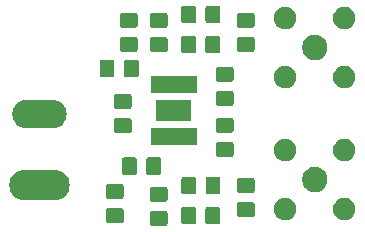
<source format=gbr>
G04 #@! TF.GenerationSoftware,KiCad,Pcbnew,(5.0.2)-1*
G04 #@! TF.CreationDate,2019-08-18T14:58:17-04:00*
G04 #@! TF.ProjectId,LTC3260-DualRail,4c544333-3236-4302-9d44-75616c526169,rev?*
G04 #@! TF.SameCoordinates,Original*
G04 #@! TF.FileFunction,Soldermask,Top*
G04 #@! TF.FilePolarity,Negative*
%FSLAX46Y46*%
G04 Gerber Fmt 4.6, Leading zero omitted, Abs format (unit mm)*
G04 Created by KiCad (PCBNEW (5.0.2)-1) date 8/18/2019 2:58:17 PM*
%MOMM*%
%LPD*%
G01*
G04 APERTURE LIST*
%ADD10C,0.100000*%
G04 APERTURE END LIST*
D10*
G36*
X84835397Y-85992465D02*
X84873084Y-86003898D01*
X84907823Y-86022466D01*
X84938268Y-86047452D01*
X84963254Y-86077897D01*
X84981822Y-86112636D01*
X84993255Y-86150323D01*
X84997720Y-86195661D01*
X84997720Y-87032339D01*
X84993255Y-87077677D01*
X84981822Y-87115364D01*
X84963254Y-87150103D01*
X84938268Y-87180548D01*
X84907823Y-87205534D01*
X84873084Y-87224102D01*
X84835397Y-87235535D01*
X84790059Y-87240000D01*
X83703381Y-87240000D01*
X83658043Y-87235535D01*
X83620356Y-87224102D01*
X83585617Y-87205534D01*
X83555172Y-87180548D01*
X83530186Y-87150103D01*
X83511618Y-87115364D01*
X83500185Y-87077677D01*
X83495720Y-87032339D01*
X83495720Y-86195661D01*
X83500185Y-86150323D01*
X83511618Y-86112636D01*
X83530186Y-86077897D01*
X83555172Y-86047452D01*
X83585617Y-86022466D01*
X83620356Y-86003898D01*
X83658043Y-85992465D01*
X83703381Y-85988000D01*
X84790059Y-85988000D01*
X84835397Y-85992465D01*
X84835397Y-85992465D01*
G37*
G36*
X89282397Y-85613465D02*
X89320084Y-85624898D01*
X89354823Y-85643466D01*
X89385268Y-85668452D01*
X89410254Y-85698897D01*
X89428822Y-85733636D01*
X89440255Y-85771323D01*
X89444720Y-85816661D01*
X89444720Y-86903339D01*
X89440255Y-86948677D01*
X89428822Y-86986364D01*
X89410254Y-87021103D01*
X89385268Y-87051548D01*
X89354823Y-87076534D01*
X89320084Y-87095102D01*
X89282397Y-87106535D01*
X89237059Y-87111000D01*
X88400381Y-87111000D01*
X88355043Y-87106535D01*
X88317356Y-87095102D01*
X88282617Y-87076534D01*
X88252172Y-87051548D01*
X88227186Y-87021103D01*
X88208618Y-86986364D01*
X88197185Y-86948677D01*
X88192720Y-86903339D01*
X88192720Y-85816661D01*
X88197185Y-85771323D01*
X88208618Y-85733636D01*
X88227186Y-85698897D01*
X88252172Y-85668452D01*
X88282617Y-85643466D01*
X88317356Y-85624898D01*
X88355043Y-85613465D01*
X88400381Y-85609000D01*
X89237059Y-85609000D01*
X89282397Y-85613465D01*
X89282397Y-85613465D01*
G37*
G36*
X87232397Y-85613465D02*
X87270084Y-85624898D01*
X87304823Y-85643466D01*
X87335268Y-85668452D01*
X87360254Y-85698897D01*
X87378822Y-85733636D01*
X87390255Y-85771323D01*
X87394720Y-85816661D01*
X87394720Y-86903339D01*
X87390255Y-86948677D01*
X87378822Y-86986364D01*
X87360254Y-87021103D01*
X87335268Y-87051548D01*
X87304823Y-87076534D01*
X87270084Y-87095102D01*
X87232397Y-87106535D01*
X87187059Y-87111000D01*
X86350381Y-87111000D01*
X86305043Y-87106535D01*
X86267356Y-87095102D01*
X86232617Y-87076534D01*
X86202172Y-87051548D01*
X86177186Y-87021103D01*
X86158618Y-86986364D01*
X86147185Y-86948677D01*
X86142720Y-86903339D01*
X86142720Y-85816661D01*
X86147185Y-85771323D01*
X86158618Y-85733636D01*
X86177186Y-85698897D01*
X86202172Y-85668452D01*
X86232617Y-85643466D01*
X86267356Y-85624898D01*
X86305043Y-85613465D01*
X86350381Y-85609000D01*
X87187059Y-85609000D01*
X87232397Y-85613465D01*
X87232397Y-85613465D01*
G37*
G36*
X81106677Y-85747465D02*
X81144364Y-85758898D01*
X81179103Y-85777466D01*
X81209548Y-85802452D01*
X81234534Y-85832897D01*
X81253102Y-85867636D01*
X81264535Y-85905323D01*
X81269000Y-85950661D01*
X81269000Y-86787339D01*
X81264535Y-86832677D01*
X81253102Y-86870364D01*
X81234534Y-86905103D01*
X81209548Y-86935548D01*
X81179103Y-86960534D01*
X81144364Y-86979102D01*
X81106677Y-86990535D01*
X81061339Y-86995000D01*
X79974661Y-86995000D01*
X79929323Y-86990535D01*
X79891636Y-86979102D01*
X79856897Y-86960534D01*
X79826452Y-86935548D01*
X79801466Y-86905103D01*
X79782898Y-86870364D01*
X79771465Y-86832677D01*
X79767000Y-86787339D01*
X79767000Y-85950661D01*
X79771465Y-85905323D01*
X79782898Y-85867636D01*
X79801466Y-85832897D01*
X79826452Y-85802452D01*
X79856897Y-85777466D01*
X79891636Y-85758898D01*
X79929323Y-85747465D01*
X79974661Y-85743000D01*
X81061339Y-85743000D01*
X81106677Y-85747465D01*
X81106677Y-85747465D01*
G37*
G36*
X100232116Y-84897546D02*
X100405186Y-84969234D01*
X100560950Y-85073312D01*
X100693408Y-85205770D01*
X100797486Y-85361534D01*
X100869174Y-85534604D01*
X100905720Y-85718333D01*
X100905720Y-85905667D01*
X100869174Y-86089396D01*
X100797486Y-86262466D01*
X100693408Y-86418230D01*
X100560950Y-86550688D01*
X100405186Y-86654766D01*
X100232116Y-86726454D01*
X100048387Y-86763000D01*
X99861053Y-86763000D01*
X99677324Y-86726454D01*
X99504254Y-86654766D01*
X99348490Y-86550688D01*
X99216032Y-86418230D01*
X99111954Y-86262466D01*
X99040266Y-86089396D01*
X99003720Y-85905667D01*
X99003720Y-85718333D01*
X99040266Y-85534604D01*
X99111954Y-85361534D01*
X99216032Y-85205770D01*
X99348490Y-85073312D01*
X99504254Y-84969234D01*
X99677324Y-84897546D01*
X99861053Y-84861000D01*
X100048387Y-84861000D01*
X100232116Y-84897546D01*
X100232116Y-84897546D01*
G37*
G36*
X95232116Y-84897546D02*
X95405186Y-84969234D01*
X95560950Y-85073312D01*
X95693408Y-85205770D01*
X95797486Y-85361534D01*
X95869174Y-85534604D01*
X95905720Y-85718333D01*
X95905720Y-85905667D01*
X95869174Y-86089396D01*
X95797486Y-86262466D01*
X95693408Y-86418230D01*
X95560950Y-86550688D01*
X95405186Y-86654766D01*
X95232116Y-86726454D01*
X95048387Y-86763000D01*
X94861053Y-86763000D01*
X94677324Y-86726454D01*
X94504254Y-86654766D01*
X94348490Y-86550688D01*
X94216032Y-86418230D01*
X94111954Y-86262466D01*
X94040266Y-86089396D01*
X94003720Y-85905667D01*
X94003720Y-85718333D01*
X94040266Y-85534604D01*
X94111954Y-85361534D01*
X94216032Y-85205770D01*
X94348490Y-85073312D01*
X94504254Y-84969234D01*
X94677324Y-84897546D01*
X94861053Y-84861000D01*
X95048387Y-84861000D01*
X95232116Y-84897546D01*
X95232116Y-84897546D01*
G37*
G36*
X92201397Y-85248465D02*
X92239084Y-85259898D01*
X92273823Y-85278466D01*
X92304268Y-85303452D01*
X92329254Y-85333897D01*
X92347822Y-85368636D01*
X92359255Y-85406323D01*
X92363720Y-85451661D01*
X92363720Y-86288339D01*
X92359255Y-86333677D01*
X92347822Y-86371364D01*
X92329254Y-86406103D01*
X92304268Y-86436548D01*
X92273823Y-86461534D01*
X92239084Y-86480102D01*
X92201397Y-86491535D01*
X92156059Y-86496000D01*
X91069381Y-86496000D01*
X91024043Y-86491535D01*
X90986356Y-86480102D01*
X90951617Y-86461534D01*
X90921172Y-86436548D01*
X90896186Y-86406103D01*
X90877618Y-86371364D01*
X90866185Y-86333677D01*
X90861720Y-86288339D01*
X90861720Y-85451661D01*
X90866185Y-85406323D01*
X90877618Y-85368636D01*
X90896186Y-85333897D01*
X90921172Y-85303452D01*
X90951617Y-85278466D01*
X90986356Y-85259898D01*
X91024043Y-85248465D01*
X91069381Y-85244000D01*
X92156059Y-85244000D01*
X92201397Y-85248465D01*
X92201397Y-85248465D01*
G37*
G36*
X84835397Y-83942465D02*
X84873084Y-83953898D01*
X84907823Y-83972466D01*
X84938268Y-83997452D01*
X84963254Y-84027897D01*
X84981822Y-84062636D01*
X84993255Y-84100323D01*
X84997720Y-84145661D01*
X84997720Y-84982339D01*
X84993255Y-85027677D01*
X84981822Y-85065364D01*
X84963254Y-85100103D01*
X84938268Y-85130548D01*
X84907823Y-85155534D01*
X84873084Y-85174102D01*
X84835397Y-85185535D01*
X84790059Y-85190000D01*
X83703381Y-85190000D01*
X83658043Y-85185535D01*
X83620356Y-85174102D01*
X83585617Y-85155534D01*
X83555172Y-85130548D01*
X83530186Y-85100103D01*
X83511618Y-85065364D01*
X83500185Y-85027677D01*
X83495720Y-84982339D01*
X83495720Y-84145661D01*
X83500185Y-84100323D01*
X83511618Y-84062636D01*
X83530186Y-84027897D01*
X83555172Y-83997452D01*
X83585617Y-83972466D01*
X83620356Y-83953898D01*
X83658043Y-83942465D01*
X83703381Y-83938000D01*
X84790059Y-83938000D01*
X84835397Y-83942465D01*
X84835397Y-83942465D01*
G37*
G36*
X75511909Y-82477986D02*
X75655260Y-82492105D01*
X75900500Y-82566498D01*
X75900502Y-82566499D01*
X76126516Y-82687306D01*
X76324617Y-82849883D01*
X76487194Y-83047984D01*
X76487195Y-83047986D01*
X76608002Y-83274000D01*
X76682395Y-83519240D01*
X76707514Y-83774280D01*
X76682395Y-84029320D01*
X76610738Y-84265539D01*
X76608001Y-84274562D01*
X76487194Y-84500576D01*
X76324617Y-84698677D01*
X76126516Y-84861254D01*
X75924498Y-84969235D01*
X75900500Y-84982062D01*
X75655260Y-85056455D01*
X75511909Y-85070574D01*
X75464126Y-85075280D01*
X72836314Y-85075280D01*
X72788531Y-85070574D01*
X72645180Y-85056455D01*
X72399940Y-84982062D01*
X72375942Y-84969235D01*
X72173924Y-84861254D01*
X71975823Y-84698677D01*
X71813246Y-84500576D01*
X71692439Y-84274562D01*
X71689702Y-84265539D01*
X71618045Y-84029320D01*
X71592926Y-83774280D01*
X71618045Y-83519240D01*
X71692438Y-83274000D01*
X71813245Y-83047986D01*
X71813246Y-83047984D01*
X71975823Y-82849883D01*
X72173924Y-82687306D01*
X72399938Y-82566499D01*
X72399940Y-82566498D01*
X72645180Y-82492105D01*
X72788531Y-82477986D01*
X72836314Y-82473280D01*
X75464126Y-82473280D01*
X75511909Y-82477986D01*
X75511909Y-82477986D01*
G37*
G36*
X81106677Y-83697465D02*
X81144364Y-83708898D01*
X81179103Y-83727466D01*
X81209548Y-83752452D01*
X81234534Y-83782897D01*
X81253102Y-83817636D01*
X81264535Y-83855323D01*
X81269000Y-83900661D01*
X81269000Y-84737339D01*
X81264535Y-84782677D01*
X81253102Y-84820364D01*
X81234534Y-84855103D01*
X81209548Y-84885548D01*
X81179103Y-84910534D01*
X81144364Y-84929102D01*
X81106677Y-84940535D01*
X81061339Y-84945000D01*
X79974661Y-84945000D01*
X79929323Y-84940535D01*
X79891636Y-84929102D01*
X79856897Y-84910534D01*
X79826452Y-84885548D01*
X79801466Y-84855103D01*
X79782898Y-84820364D01*
X79771465Y-84782677D01*
X79767000Y-84737339D01*
X79767000Y-83900661D01*
X79771465Y-83855323D01*
X79782898Y-83817636D01*
X79801466Y-83782897D01*
X79826452Y-83752452D01*
X79856897Y-83727466D01*
X79891636Y-83708898D01*
X79929323Y-83697465D01*
X79974661Y-83693000D01*
X81061339Y-83693000D01*
X81106677Y-83697465D01*
X81106677Y-83697465D01*
G37*
G36*
X87250397Y-83073465D02*
X87288084Y-83084898D01*
X87322823Y-83103466D01*
X87353268Y-83128452D01*
X87378254Y-83158897D01*
X87396822Y-83193636D01*
X87408255Y-83231323D01*
X87412720Y-83276661D01*
X87412720Y-84363339D01*
X87408255Y-84408677D01*
X87396822Y-84446364D01*
X87378254Y-84481103D01*
X87353268Y-84511548D01*
X87322823Y-84536534D01*
X87288084Y-84555102D01*
X87250397Y-84566535D01*
X87205059Y-84571000D01*
X86368381Y-84571000D01*
X86323043Y-84566535D01*
X86285356Y-84555102D01*
X86250617Y-84536534D01*
X86220172Y-84511548D01*
X86195186Y-84481103D01*
X86176618Y-84446364D01*
X86165185Y-84408677D01*
X86160720Y-84363339D01*
X86160720Y-83276661D01*
X86165185Y-83231323D01*
X86176618Y-83193636D01*
X86195186Y-83158897D01*
X86220172Y-83128452D01*
X86250617Y-83103466D01*
X86285356Y-83084898D01*
X86323043Y-83073465D01*
X86368381Y-83069000D01*
X87205059Y-83069000D01*
X87250397Y-83073465D01*
X87250397Y-83073465D01*
G37*
G36*
X89300397Y-83073465D02*
X89338084Y-83084898D01*
X89372823Y-83103466D01*
X89403268Y-83128452D01*
X89428254Y-83158897D01*
X89446822Y-83193636D01*
X89458255Y-83231323D01*
X89462720Y-83276661D01*
X89462720Y-84363339D01*
X89458255Y-84408677D01*
X89446822Y-84446364D01*
X89428254Y-84481103D01*
X89403268Y-84511548D01*
X89372823Y-84536534D01*
X89338084Y-84555102D01*
X89300397Y-84566535D01*
X89255059Y-84571000D01*
X88418381Y-84571000D01*
X88373043Y-84566535D01*
X88335356Y-84555102D01*
X88300617Y-84536534D01*
X88270172Y-84511548D01*
X88245186Y-84481103D01*
X88226618Y-84446364D01*
X88215185Y-84408677D01*
X88210720Y-84363339D01*
X88210720Y-83276661D01*
X88215185Y-83231323D01*
X88226618Y-83193636D01*
X88245186Y-83158897D01*
X88270172Y-83128452D01*
X88300617Y-83103466D01*
X88335356Y-83084898D01*
X88373043Y-83073465D01*
X88418381Y-83069000D01*
X89255059Y-83069000D01*
X89300397Y-83073465D01*
X89300397Y-83073465D01*
G37*
G36*
X92201397Y-83198465D02*
X92239084Y-83209898D01*
X92273823Y-83228466D01*
X92304268Y-83253452D01*
X92329254Y-83283897D01*
X92347822Y-83318636D01*
X92359255Y-83356323D01*
X92363720Y-83401661D01*
X92363720Y-84238339D01*
X92359255Y-84283677D01*
X92347822Y-84321364D01*
X92329254Y-84356103D01*
X92304268Y-84386548D01*
X92273823Y-84411534D01*
X92239084Y-84430102D01*
X92201397Y-84441535D01*
X92156059Y-84446000D01*
X91069381Y-84446000D01*
X91024043Y-84441535D01*
X90986356Y-84430102D01*
X90951617Y-84411534D01*
X90921172Y-84386548D01*
X90896186Y-84356103D01*
X90877618Y-84321364D01*
X90866185Y-84283677D01*
X90861720Y-84238339D01*
X90861720Y-83401661D01*
X90866185Y-83356323D01*
X90877618Y-83318636D01*
X90896186Y-83283897D01*
X90921172Y-83253452D01*
X90951617Y-83228466D01*
X90986356Y-83209898D01*
X91024043Y-83198465D01*
X91069381Y-83194000D01*
X92156059Y-83194000D01*
X92201397Y-83198465D01*
X92201397Y-83198465D01*
G37*
G36*
X97612667Y-82246337D02*
X97768578Y-82277350D01*
X97964397Y-82358461D01*
X97964398Y-82358462D01*
X98140633Y-82476218D01*
X98290502Y-82626087D01*
X98290504Y-82626090D01*
X98408259Y-82802323D01*
X98489370Y-82998142D01*
X98510320Y-83103466D01*
X98528329Y-83194000D01*
X98530720Y-83206023D01*
X98530720Y-83417977D01*
X98489370Y-83625858D01*
X98408259Y-83821677D01*
X98327551Y-83942465D01*
X98290502Y-83997913D01*
X98140633Y-84147782D01*
X98140630Y-84147784D01*
X97964397Y-84265539D01*
X97768578Y-84346650D01*
X97612667Y-84377663D01*
X97560698Y-84388000D01*
X97348742Y-84388000D01*
X97296773Y-84377663D01*
X97140862Y-84346650D01*
X96945043Y-84265539D01*
X96768810Y-84147784D01*
X96768807Y-84147782D01*
X96618938Y-83997913D01*
X96581889Y-83942465D01*
X96501181Y-83821677D01*
X96420070Y-83625858D01*
X96378720Y-83417977D01*
X96378720Y-83206023D01*
X96381112Y-83194000D01*
X96399120Y-83103466D01*
X96420070Y-82998142D01*
X96501181Y-82802323D01*
X96618936Y-82626090D01*
X96618938Y-82626087D01*
X96768807Y-82476218D01*
X96945042Y-82358462D01*
X96945043Y-82358461D01*
X97140862Y-82277350D01*
X97296773Y-82246337D01*
X97348742Y-82236000D01*
X97560698Y-82236000D01*
X97612667Y-82246337D01*
X97612667Y-82246337D01*
G37*
G36*
X82233677Y-81422465D02*
X82271364Y-81433898D01*
X82306103Y-81452466D01*
X82336548Y-81477452D01*
X82361534Y-81507897D01*
X82380102Y-81542636D01*
X82391535Y-81580323D01*
X82396000Y-81625661D01*
X82396000Y-82712339D01*
X82391535Y-82757677D01*
X82380102Y-82795364D01*
X82361534Y-82830103D01*
X82336548Y-82860548D01*
X82306103Y-82885534D01*
X82271364Y-82904102D01*
X82233677Y-82915535D01*
X82188339Y-82920000D01*
X81351661Y-82920000D01*
X81306323Y-82915535D01*
X81268636Y-82904102D01*
X81233897Y-82885534D01*
X81203452Y-82860548D01*
X81178466Y-82830103D01*
X81159898Y-82795364D01*
X81148465Y-82757677D01*
X81144000Y-82712339D01*
X81144000Y-81625661D01*
X81148465Y-81580323D01*
X81159898Y-81542636D01*
X81178466Y-81507897D01*
X81203452Y-81477452D01*
X81233897Y-81452466D01*
X81268636Y-81433898D01*
X81306323Y-81422465D01*
X81351661Y-81418000D01*
X82188339Y-81418000D01*
X82233677Y-81422465D01*
X82233677Y-81422465D01*
G37*
G36*
X84283677Y-81422465D02*
X84321364Y-81433898D01*
X84356103Y-81452466D01*
X84386548Y-81477452D01*
X84411534Y-81507897D01*
X84430102Y-81542636D01*
X84441535Y-81580323D01*
X84446000Y-81625661D01*
X84446000Y-82712339D01*
X84441535Y-82757677D01*
X84430102Y-82795364D01*
X84411534Y-82830103D01*
X84386548Y-82860548D01*
X84356103Y-82885534D01*
X84321364Y-82904102D01*
X84283677Y-82915535D01*
X84238339Y-82920000D01*
X83401661Y-82920000D01*
X83356323Y-82915535D01*
X83318636Y-82904102D01*
X83283897Y-82885534D01*
X83253452Y-82860548D01*
X83228466Y-82830103D01*
X83209898Y-82795364D01*
X83198465Y-82757677D01*
X83194000Y-82712339D01*
X83194000Y-81625661D01*
X83198465Y-81580323D01*
X83209898Y-81542636D01*
X83228466Y-81507897D01*
X83253452Y-81477452D01*
X83283897Y-81452466D01*
X83318636Y-81433898D01*
X83356323Y-81422465D01*
X83401661Y-81418000D01*
X84238339Y-81418000D01*
X84283677Y-81422465D01*
X84283677Y-81422465D01*
G37*
G36*
X100232116Y-79897546D02*
X100405186Y-79969234D01*
X100560950Y-80073312D01*
X100693408Y-80205770D01*
X100797486Y-80361534D01*
X100869174Y-80534604D01*
X100905720Y-80718333D01*
X100905720Y-80905667D01*
X100869174Y-81089396D01*
X100797486Y-81262466D01*
X100693408Y-81418230D01*
X100560950Y-81550688D01*
X100405186Y-81654766D01*
X100232116Y-81726454D01*
X100048387Y-81763000D01*
X99861053Y-81763000D01*
X99677324Y-81726454D01*
X99504254Y-81654766D01*
X99348490Y-81550688D01*
X99216032Y-81418230D01*
X99111954Y-81262466D01*
X99040266Y-81089396D01*
X99003720Y-80905667D01*
X99003720Y-80718333D01*
X99040266Y-80534604D01*
X99111954Y-80361534D01*
X99216032Y-80205770D01*
X99348490Y-80073312D01*
X99504254Y-79969234D01*
X99677324Y-79897546D01*
X99861053Y-79861000D01*
X100048387Y-79861000D01*
X100232116Y-79897546D01*
X100232116Y-79897546D01*
G37*
G36*
X95232116Y-79897546D02*
X95405186Y-79969234D01*
X95560950Y-80073312D01*
X95693408Y-80205770D01*
X95797486Y-80361534D01*
X95869174Y-80534604D01*
X95905720Y-80718333D01*
X95905720Y-80905667D01*
X95869174Y-81089396D01*
X95797486Y-81262466D01*
X95693408Y-81418230D01*
X95560950Y-81550688D01*
X95405186Y-81654766D01*
X95232116Y-81726454D01*
X95048387Y-81763000D01*
X94861053Y-81763000D01*
X94677324Y-81726454D01*
X94504254Y-81654766D01*
X94348490Y-81550688D01*
X94216032Y-81418230D01*
X94111954Y-81262466D01*
X94040266Y-81089396D01*
X94003720Y-80905667D01*
X94003720Y-80718333D01*
X94040266Y-80534604D01*
X94111954Y-80361534D01*
X94216032Y-80205770D01*
X94348490Y-80073312D01*
X94504254Y-79969234D01*
X94677324Y-79897546D01*
X94861053Y-79861000D01*
X95048387Y-79861000D01*
X95232116Y-79897546D01*
X95232116Y-79897546D01*
G37*
G36*
X90423397Y-80150465D02*
X90461084Y-80161898D01*
X90495823Y-80180466D01*
X90526268Y-80205452D01*
X90551254Y-80235897D01*
X90569822Y-80270636D01*
X90581255Y-80308323D01*
X90585720Y-80353661D01*
X90585720Y-81190339D01*
X90581255Y-81235677D01*
X90569822Y-81273364D01*
X90551254Y-81308103D01*
X90526268Y-81338548D01*
X90495823Y-81363534D01*
X90461084Y-81382102D01*
X90423397Y-81393535D01*
X90378059Y-81398000D01*
X89291381Y-81398000D01*
X89246043Y-81393535D01*
X89208356Y-81382102D01*
X89173617Y-81363534D01*
X89143172Y-81338548D01*
X89118186Y-81308103D01*
X89099618Y-81273364D01*
X89088185Y-81235677D01*
X89083720Y-81190339D01*
X89083720Y-80353661D01*
X89088185Y-80308323D01*
X89099618Y-80270636D01*
X89118186Y-80235897D01*
X89143172Y-80205452D01*
X89173617Y-80180466D01*
X89208356Y-80161898D01*
X89246043Y-80150465D01*
X89291381Y-80146000D01*
X90378059Y-80146000D01*
X90423397Y-80150465D01*
X90423397Y-80150465D01*
G37*
G36*
X87467720Y-80421000D02*
X83565720Y-80421000D01*
X83565720Y-78919000D01*
X87467720Y-78919000D01*
X87467720Y-80421000D01*
X87467720Y-80421000D01*
G37*
G36*
X81787397Y-78127465D02*
X81825084Y-78138898D01*
X81859823Y-78157466D01*
X81890268Y-78182452D01*
X81915254Y-78212897D01*
X81933822Y-78247636D01*
X81945255Y-78285323D01*
X81949720Y-78330661D01*
X81949720Y-79167339D01*
X81945255Y-79212677D01*
X81933822Y-79250364D01*
X81915254Y-79285103D01*
X81890268Y-79315548D01*
X81859823Y-79340534D01*
X81825084Y-79359102D01*
X81787397Y-79370535D01*
X81742059Y-79375000D01*
X80655381Y-79375000D01*
X80610043Y-79370535D01*
X80572356Y-79359102D01*
X80537617Y-79340534D01*
X80507172Y-79315548D01*
X80482186Y-79285103D01*
X80463618Y-79250364D01*
X80452185Y-79212677D01*
X80447720Y-79167339D01*
X80447720Y-78330661D01*
X80452185Y-78285323D01*
X80463618Y-78247636D01*
X80482186Y-78212897D01*
X80507172Y-78182452D01*
X80537617Y-78157466D01*
X80572356Y-78138898D01*
X80610043Y-78127465D01*
X80655381Y-78123000D01*
X81742059Y-78123000D01*
X81787397Y-78127465D01*
X81787397Y-78127465D01*
G37*
G36*
X90423397Y-78100465D02*
X90461084Y-78111898D01*
X90495823Y-78130466D01*
X90526268Y-78155452D01*
X90551254Y-78185897D01*
X90569822Y-78220636D01*
X90581255Y-78258323D01*
X90585720Y-78303661D01*
X90585720Y-79140339D01*
X90581255Y-79185677D01*
X90569822Y-79223364D01*
X90551254Y-79258103D01*
X90526268Y-79288548D01*
X90495823Y-79313534D01*
X90461084Y-79332102D01*
X90423397Y-79343535D01*
X90378059Y-79348000D01*
X89291381Y-79348000D01*
X89246043Y-79343535D01*
X89208356Y-79332102D01*
X89173617Y-79313534D01*
X89143172Y-79288548D01*
X89118186Y-79258103D01*
X89099618Y-79223364D01*
X89088185Y-79185677D01*
X89083720Y-79140339D01*
X89083720Y-78303661D01*
X89088185Y-78258323D01*
X89099618Y-78220636D01*
X89118186Y-78185897D01*
X89143172Y-78155452D01*
X89173617Y-78130466D01*
X89208356Y-78111898D01*
X89246043Y-78100465D01*
X89291381Y-78096000D01*
X90378059Y-78096000D01*
X90423397Y-78100465D01*
X90423397Y-78100465D01*
G37*
G36*
X75505756Y-76615296D02*
X75727433Y-76682541D01*
X75931732Y-76791741D01*
X76110801Y-76938699D01*
X76257759Y-77117768D01*
X76366959Y-77322067D01*
X76434204Y-77543744D01*
X76456910Y-77774280D01*
X76434204Y-78004816D01*
X76366959Y-78226493D01*
X76257759Y-78430792D01*
X76110801Y-78609861D01*
X75931732Y-78756819D01*
X75727433Y-78866019D01*
X75505756Y-78933264D01*
X75332991Y-78950280D01*
X72967449Y-78950280D01*
X72794684Y-78933264D01*
X72573007Y-78866019D01*
X72368708Y-78756819D01*
X72189639Y-78609861D01*
X72042681Y-78430792D01*
X71933481Y-78226493D01*
X71866236Y-78004816D01*
X71843530Y-77774280D01*
X71866236Y-77543744D01*
X71933481Y-77322067D01*
X72042681Y-77117768D01*
X72189639Y-76938699D01*
X72368708Y-76791741D01*
X72573007Y-76682541D01*
X72794684Y-76615296D01*
X72967449Y-76598280D01*
X75332991Y-76598280D01*
X75505756Y-76615296D01*
X75505756Y-76615296D01*
G37*
G36*
X86992720Y-78346000D02*
X84040720Y-78346000D01*
X84040720Y-76594000D01*
X86992720Y-76594000D01*
X86992720Y-78346000D01*
X86992720Y-78346000D01*
G37*
G36*
X81787397Y-76077465D02*
X81825084Y-76088898D01*
X81859823Y-76107466D01*
X81890268Y-76132452D01*
X81915254Y-76162897D01*
X81933822Y-76197636D01*
X81945255Y-76235323D01*
X81949720Y-76280661D01*
X81949720Y-77117339D01*
X81945255Y-77162677D01*
X81933822Y-77200364D01*
X81915254Y-77235103D01*
X81890268Y-77265548D01*
X81859823Y-77290534D01*
X81825084Y-77309102D01*
X81787397Y-77320535D01*
X81742059Y-77325000D01*
X80655381Y-77325000D01*
X80610043Y-77320535D01*
X80572356Y-77309102D01*
X80537617Y-77290534D01*
X80507172Y-77265548D01*
X80482186Y-77235103D01*
X80463618Y-77200364D01*
X80452185Y-77162677D01*
X80447720Y-77117339D01*
X80447720Y-76280661D01*
X80452185Y-76235323D01*
X80463618Y-76197636D01*
X80482186Y-76162897D01*
X80507172Y-76132452D01*
X80537617Y-76107466D01*
X80572356Y-76088898D01*
X80610043Y-76077465D01*
X80655381Y-76073000D01*
X81742059Y-76073000D01*
X81787397Y-76077465D01*
X81787397Y-76077465D01*
G37*
G36*
X90423397Y-75832465D02*
X90461084Y-75843898D01*
X90495823Y-75862466D01*
X90526268Y-75887452D01*
X90551254Y-75917897D01*
X90569822Y-75952636D01*
X90581255Y-75990323D01*
X90585720Y-76035661D01*
X90585720Y-76872339D01*
X90581255Y-76917677D01*
X90569822Y-76955364D01*
X90551254Y-76990103D01*
X90526268Y-77020548D01*
X90495823Y-77045534D01*
X90461084Y-77064102D01*
X90423397Y-77075535D01*
X90378059Y-77080000D01*
X89291381Y-77080000D01*
X89246043Y-77075535D01*
X89208356Y-77064102D01*
X89173617Y-77045534D01*
X89143172Y-77020548D01*
X89118186Y-76990103D01*
X89099618Y-76955364D01*
X89088185Y-76917677D01*
X89083720Y-76872339D01*
X89083720Y-76035661D01*
X89088185Y-75990323D01*
X89099618Y-75952636D01*
X89118186Y-75917897D01*
X89143172Y-75887452D01*
X89173617Y-75862466D01*
X89208356Y-75843898D01*
X89246043Y-75832465D01*
X89291381Y-75828000D01*
X90378059Y-75828000D01*
X90423397Y-75832465D01*
X90423397Y-75832465D01*
G37*
G36*
X87467720Y-76021000D02*
X83565720Y-76021000D01*
X83565720Y-74519000D01*
X87467720Y-74519000D01*
X87467720Y-76021000D01*
X87467720Y-76021000D01*
G37*
G36*
X100232116Y-73721546D02*
X100405186Y-73793234D01*
X100560950Y-73897312D01*
X100693408Y-74029770D01*
X100797486Y-74185534D01*
X100869174Y-74358604D01*
X100905720Y-74542333D01*
X100905720Y-74729667D01*
X100869174Y-74913396D01*
X100797486Y-75086466D01*
X100693408Y-75242230D01*
X100560950Y-75374688D01*
X100405186Y-75478766D01*
X100232116Y-75550454D01*
X100048387Y-75587000D01*
X99861053Y-75587000D01*
X99677324Y-75550454D01*
X99504254Y-75478766D01*
X99348490Y-75374688D01*
X99216032Y-75242230D01*
X99111954Y-75086466D01*
X99040266Y-74913396D01*
X99003720Y-74729667D01*
X99003720Y-74542333D01*
X99040266Y-74358604D01*
X99111954Y-74185534D01*
X99216032Y-74029770D01*
X99348490Y-73897312D01*
X99504254Y-73793234D01*
X99677324Y-73721546D01*
X99861053Y-73685000D01*
X100048387Y-73685000D01*
X100232116Y-73721546D01*
X100232116Y-73721546D01*
G37*
G36*
X95232116Y-73721546D02*
X95405186Y-73793234D01*
X95560950Y-73897312D01*
X95693408Y-74029770D01*
X95797486Y-74185534D01*
X95869174Y-74358604D01*
X95905720Y-74542333D01*
X95905720Y-74729667D01*
X95869174Y-74913396D01*
X95797486Y-75086466D01*
X95693408Y-75242230D01*
X95560950Y-75374688D01*
X95405186Y-75478766D01*
X95232116Y-75550454D01*
X95048387Y-75587000D01*
X94861053Y-75587000D01*
X94677324Y-75550454D01*
X94504254Y-75478766D01*
X94348490Y-75374688D01*
X94216032Y-75242230D01*
X94111954Y-75086466D01*
X94040266Y-74913396D01*
X94003720Y-74729667D01*
X94003720Y-74542333D01*
X94040266Y-74358604D01*
X94111954Y-74185534D01*
X94216032Y-74029770D01*
X94348490Y-73897312D01*
X94504254Y-73793234D01*
X94677324Y-73721546D01*
X94861053Y-73685000D01*
X95048387Y-73685000D01*
X95232116Y-73721546D01*
X95232116Y-73721546D01*
G37*
G36*
X90423397Y-73782465D02*
X90461084Y-73793898D01*
X90495823Y-73812466D01*
X90526268Y-73837452D01*
X90551254Y-73867897D01*
X90569822Y-73902636D01*
X90581255Y-73940323D01*
X90585720Y-73985661D01*
X90585720Y-74822339D01*
X90581255Y-74867677D01*
X90569822Y-74905364D01*
X90551254Y-74940103D01*
X90526268Y-74970548D01*
X90495823Y-74995534D01*
X90461084Y-75014102D01*
X90423397Y-75025535D01*
X90378059Y-75030000D01*
X89291381Y-75030000D01*
X89246043Y-75025535D01*
X89208356Y-75014102D01*
X89173617Y-74995534D01*
X89143172Y-74970548D01*
X89118186Y-74940103D01*
X89099618Y-74905364D01*
X89088185Y-74867677D01*
X89083720Y-74822339D01*
X89083720Y-73985661D01*
X89088185Y-73940323D01*
X89099618Y-73902636D01*
X89118186Y-73867897D01*
X89143172Y-73837452D01*
X89173617Y-73812466D01*
X89208356Y-73793898D01*
X89246043Y-73782465D01*
X89291381Y-73778000D01*
X90378059Y-73778000D01*
X90423397Y-73782465D01*
X90423397Y-73782465D01*
G37*
G36*
X80337677Y-73167465D02*
X80375364Y-73178898D01*
X80410103Y-73197466D01*
X80440548Y-73222452D01*
X80465534Y-73252897D01*
X80484102Y-73287636D01*
X80495535Y-73325323D01*
X80500000Y-73370661D01*
X80500000Y-74457339D01*
X80495535Y-74502677D01*
X80484102Y-74540364D01*
X80465534Y-74575103D01*
X80440548Y-74605548D01*
X80410103Y-74630534D01*
X80375364Y-74649102D01*
X80337677Y-74660535D01*
X80292339Y-74665000D01*
X79455661Y-74665000D01*
X79410323Y-74660535D01*
X79372636Y-74649102D01*
X79337897Y-74630534D01*
X79307452Y-74605548D01*
X79282466Y-74575103D01*
X79263898Y-74540364D01*
X79252465Y-74502677D01*
X79248000Y-74457339D01*
X79248000Y-73370661D01*
X79252465Y-73325323D01*
X79263898Y-73287636D01*
X79282466Y-73252897D01*
X79307452Y-73222452D01*
X79337897Y-73197466D01*
X79372636Y-73178898D01*
X79410323Y-73167465D01*
X79455661Y-73163000D01*
X80292339Y-73163000D01*
X80337677Y-73167465D01*
X80337677Y-73167465D01*
G37*
G36*
X82387677Y-73167465D02*
X82425364Y-73178898D01*
X82460103Y-73197466D01*
X82490548Y-73222452D01*
X82515534Y-73252897D01*
X82534102Y-73287636D01*
X82545535Y-73325323D01*
X82550000Y-73370661D01*
X82550000Y-74457339D01*
X82545535Y-74502677D01*
X82534102Y-74540364D01*
X82515534Y-74575103D01*
X82490548Y-74605548D01*
X82460103Y-74630534D01*
X82425364Y-74649102D01*
X82387677Y-74660535D01*
X82342339Y-74665000D01*
X81505661Y-74665000D01*
X81460323Y-74660535D01*
X81422636Y-74649102D01*
X81387897Y-74630534D01*
X81357452Y-74605548D01*
X81332466Y-74575103D01*
X81313898Y-74540364D01*
X81302465Y-74502677D01*
X81298000Y-74457339D01*
X81298000Y-73370661D01*
X81302465Y-73325323D01*
X81313898Y-73287636D01*
X81332466Y-73252897D01*
X81357452Y-73222452D01*
X81387897Y-73197466D01*
X81422636Y-73178898D01*
X81460323Y-73167465D01*
X81505661Y-73163000D01*
X82342339Y-73163000D01*
X82387677Y-73167465D01*
X82387677Y-73167465D01*
G37*
G36*
X97612667Y-71070337D02*
X97768578Y-71101350D01*
X97964397Y-71182461D01*
X98068413Y-71251962D01*
X98140633Y-71300218D01*
X98290502Y-71450087D01*
X98290504Y-71450090D01*
X98408259Y-71626323D01*
X98489370Y-71822142D01*
X98520382Y-71978053D01*
X98530720Y-72030022D01*
X98530720Y-72241978D01*
X98520383Y-72293947D01*
X98489370Y-72449858D01*
X98408259Y-72645677D01*
X98408258Y-72645678D01*
X98290502Y-72821913D01*
X98140633Y-72971782D01*
X98140630Y-72971784D01*
X97964397Y-73089539D01*
X97768578Y-73170650D01*
X97612667Y-73201663D01*
X97560698Y-73212000D01*
X97348742Y-73212000D01*
X97296773Y-73201663D01*
X97140862Y-73170650D01*
X96945043Y-73089539D01*
X96768810Y-72971784D01*
X96768807Y-72971782D01*
X96618938Y-72821913D01*
X96501182Y-72645678D01*
X96501181Y-72645677D01*
X96420070Y-72449858D01*
X96389057Y-72293947D01*
X96378720Y-72241978D01*
X96378720Y-72030022D01*
X96389058Y-71978053D01*
X96420070Y-71822142D01*
X96501181Y-71626323D01*
X96618936Y-71450090D01*
X96618938Y-71450087D01*
X96768807Y-71300218D01*
X96841027Y-71251962D01*
X96945043Y-71182461D01*
X97140862Y-71101350D01*
X97296773Y-71070337D01*
X97348742Y-71060000D01*
X97560698Y-71060000D01*
X97612667Y-71070337D01*
X97612667Y-71070337D01*
G37*
G36*
X87232397Y-71135465D02*
X87270084Y-71146898D01*
X87304823Y-71165466D01*
X87335268Y-71190452D01*
X87360254Y-71220897D01*
X87378822Y-71255636D01*
X87390255Y-71293323D01*
X87394720Y-71338661D01*
X87394720Y-72425339D01*
X87390255Y-72470677D01*
X87378822Y-72508364D01*
X87360254Y-72543103D01*
X87335268Y-72573548D01*
X87304823Y-72598534D01*
X87270084Y-72617102D01*
X87232397Y-72628535D01*
X87187059Y-72633000D01*
X86350381Y-72633000D01*
X86305043Y-72628535D01*
X86267356Y-72617102D01*
X86232617Y-72598534D01*
X86202172Y-72573548D01*
X86177186Y-72543103D01*
X86158618Y-72508364D01*
X86147185Y-72470677D01*
X86142720Y-72425339D01*
X86142720Y-71338661D01*
X86147185Y-71293323D01*
X86158618Y-71255636D01*
X86177186Y-71220897D01*
X86202172Y-71190452D01*
X86232617Y-71165466D01*
X86267356Y-71146898D01*
X86305043Y-71135465D01*
X86350381Y-71131000D01*
X87187059Y-71131000D01*
X87232397Y-71135465D01*
X87232397Y-71135465D01*
G37*
G36*
X89282397Y-71135465D02*
X89320084Y-71146898D01*
X89354823Y-71165466D01*
X89385268Y-71190452D01*
X89410254Y-71220897D01*
X89428822Y-71255636D01*
X89440255Y-71293323D01*
X89444720Y-71338661D01*
X89444720Y-72425339D01*
X89440255Y-72470677D01*
X89428822Y-72508364D01*
X89410254Y-72543103D01*
X89385268Y-72573548D01*
X89354823Y-72598534D01*
X89320084Y-72617102D01*
X89282397Y-72628535D01*
X89237059Y-72633000D01*
X88400381Y-72633000D01*
X88355043Y-72628535D01*
X88317356Y-72617102D01*
X88282617Y-72598534D01*
X88252172Y-72573548D01*
X88227186Y-72543103D01*
X88208618Y-72508364D01*
X88197185Y-72470677D01*
X88192720Y-72425339D01*
X88192720Y-71338661D01*
X88197185Y-71293323D01*
X88208618Y-71255636D01*
X88227186Y-71220897D01*
X88252172Y-71190452D01*
X88282617Y-71165466D01*
X88317356Y-71146898D01*
X88355043Y-71135465D01*
X88400381Y-71131000D01*
X89237059Y-71131000D01*
X89282397Y-71135465D01*
X89282397Y-71135465D01*
G37*
G36*
X84835397Y-71278465D02*
X84873084Y-71289898D01*
X84907823Y-71308466D01*
X84938268Y-71333452D01*
X84963254Y-71363897D01*
X84981822Y-71398636D01*
X84993255Y-71436323D01*
X84997720Y-71481661D01*
X84997720Y-72318339D01*
X84993255Y-72363677D01*
X84981822Y-72401364D01*
X84963254Y-72436103D01*
X84938268Y-72466548D01*
X84907823Y-72491534D01*
X84873084Y-72510102D01*
X84835397Y-72521535D01*
X84790059Y-72526000D01*
X83703381Y-72526000D01*
X83658043Y-72521535D01*
X83620356Y-72510102D01*
X83585617Y-72491534D01*
X83555172Y-72466548D01*
X83530186Y-72436103D01*
X83511618Y-72401364D01*
X83500185Y-72363677D01*
X83495720Y-72318339D01*
X83495720Y-71481661D01*
X83500185Y-71436323D01*
X83511618Y-71398636D01*
X83530186Y-71363897D01*
X83555172Y-71333452D01*
X83585617Y-71308466D01*
X83620356Y-71289898D01*
X83658043Y-71278465D01*
X83703381Y-71274000D01*
X84790059Y-71274000D01*
X84835397Y-71278465D01*
X84835397Y-71278465D01*
G37*
G36*
X92201397Y-71260465D02*
X92239084Y-71271898D01*
X92273823Y-71290466D01*
X92304268Y-71315452D01*
X92329254Y-71345897D01*
X92347822Y-71380636D01*
X92359255Y-71418323D01*
X92363720Y-71463661D01*
X92363720Y-72300339D01*
X92359255Y-72345677D01*
X92347822Y-72383364D01*
X92329254Y-72418103D01*
X92304268Y-72448548D01*
X92273823Y-72473534D01*
X92239084Y-72492102D01*
X92201397Y-72503535D01*
X92156059Y-72508000D01*
X91069381Y-72508000D01*
X91024043Y-72503535D01*
X90986356Y-72492102D01*
X90951617Y-72473534D01*
X90921172Y-72448548D01*
X90896186Y-72418103D01*
X90877618Y-72383364D01*
X90866185Y-72345677D01*
X90861720Y-72300339D01*
X90861720Y-71463661D01*
X90866185Y-71418323D01*
X90877618Y-71380636D01*
X90896186Y-71345897D01*
X90921172Y-71315452D01*
X90951617Y-71290466D01*
X90986356Y-71271898D01*
X91024043Y-71260465D01*
X91069381Y-71256000D01*
X92156059Y-71256000D01*
X92201397Y-71260465D01*
X92201397Y-71260465D01*
G37*
G36*
X82295397Y-71260465D02*
X82333084Y-71271898D01*
X82367823Y-71290466D01*
X82398268Y-71315452D01*
X82423254Y-71345897D01*
X82441822Y-71380636D01*
X82453255Y-71418323D01*
X82457720Y-71463661D01*
X82457720Y-72300339D01*
X82453255Y-72345677D01*
X82441822Y-72383364D01*
X82423254Y-72418103D01*
X82398268Y-72448548D01*
X82367823Y-72473534D01*
X82333084Y-72492102D01*
X82295397Y-72503535D01*
X82250059Y-72508000D01*
X81163381Y-72508000D01*
X81118043Y-72503535D01*
X81080356Y-72492102D01*
X81045617Y-72473534D01*
X81015172Y-72448548D01*
X80990186Y-72418103D01*
X80971618Y-72383364D01*
X80960185Y-72345677D01*
X80955720Y-72300339D01*
X80955720Y-71463661D01*
X80960185Y-71418323D01*
X80971618Y-71380636D01*
X80990186Y-71345897D01*
X81015172Y-71315452D01*
X81045617Y-71290466D01*
X81080356Y-71271898D01*
X81118043Y-71260465D01*
X81163381Y-71256000D01*
X82250059Y-71256000D01*
X82295397Y-71260465D01*
X82295397Y-71260465D01*
G37*
G36*
X95232116Y-68721546D02*
X95405186Y-68793234D01*
X95560950Y-68897312D01*
X95693408Y-69029770D01*
X95797486Y-69185534D01*
X95869174Y-69358604D01*
X95905720Y-69542333D01*
X95905720Y-69729667D01*
X95869174Y-69913396D01*
X95797486Y-70086466D01*
X95693408Y-70242230D01*
X95560950Y-70374688D01*
X95405186Y-70478766D01*
X95232116Y-70550454D01*
X95048387Y-70587000D01*
X94861053Y-70587000D01*
X94677324Y-70550454D01*
X94504254Y-70478766D01*
X94348490Y-70374688D01*
X94216032Y-70242230D01*
X94111954Y-70086466D01*
X94040266Y-69913396D01*
X94003720Y-69729667D01*
X94003720Y-69542333D01*
X94040266Y-69358604D01*
X94111954Y-69185534D01*
X94216032Y-69029770D01*
X94348490Y-68897312D01*
X94504254Y-68793234D01*
X94677324Y-68721546D01*
X94861053Y-68685000D01*
X95048387Y-68685000D01*
X95232116Y-68721546D01*
X95232116Y-68721546D01*
G37*
G36*
X100232116Y-68721546D02*
X100405186Y-68793234D01*
X100560950Y-68897312D01*
X100693408Y-69029770D01*
X100797486Y-69185534D01*
X100869174Y-69358604D01*
X100905720Y-69542333D01*
X100905720Y-69729667D01*
X100869174Y-69913396D01*
X100797486Y-70086466D01*
X100693408Y-70242230D01*
X100560950Y-70374688D01*
X100405186Y-70478766D01*
X100232116Y-70550454D01*
X100048387Y-70587000D01*
X99861053Y-70587000D01*
X99677324Y-70550454D01*
X99504254Y-70478766D01*
X99348490Y-70374688D01*
X99216032Y-70242230D01*
X99111954Y-70086466D01*
X99040266Y-69913396D01*
X99003720Y-69729667D01*
X99003720Y-69542333D01*
X99040266Y-69358604D01*
X99111954Y-69185534D01*
X99216032Y-69029770D01*
X99348490Y-68897312D01*
X99504254Y-68793234D01*
X99677324Y-68721546D01*
X99861053Y-68685000D01*
X100048387Y-68685000D01*
X100232116Y-68721546D01*
X100232116Y-68721546D01*
G37*
G36*
X84835397Y-69228465D02*
X84873084Y-69239898D01*
X84907823Y-69258466D01*
X84938268Y-69283452D01*
X84963254Y-69313897D01*
X84981822Y-69348636D01*
X84993255Y-69386323D01*
X84997720Y-69431661D01*
X84997720Y-70268339D01*
X84993255Y-70313677D01*
X84981822Y-70351364D01*
X84963254Y-70386103D01*
X84938268Y-70416548D01*
X84907823Y-70441534D01*
X84873084Y-70460102D01*
X84835397Y-70471535D01*
X84790059Y-70476000D01*
X83703381Y-70476000D01*
X83658043Y-70471535D01*
X83620356Y-70460102D01*
X83585617Y-70441534D01*
X83555172Y-70416548D01*
X83530186Y-70386103D01*
X83511618Y-70351364D01*
X83500185Y-70313677D01*
X83495720Y-70268339D01*
X83495720Y-69431661D01*
X83500185Y-69386323D01*
X83511618Y-69348636D01*
X83530186Y-69313897D01*
X83555172Y-69283452D01*
X83585617Y-69258466D01*
X83620356Y-69239898D01*
X83658043Y-69228465D01*
X83703381Y-69224000D01*
X84790059Y-69224000D01*
X84835397Y-69228465D01*
X84835397Y-69228465D01*
G37*
G36*
X82295397Y-69210465D02*
X82333084Y-69221898D01*
X82367823Y-69240466D01*
X82398268Y-69265452D01*
X82423254Y-69295897D01*
X82441822Y-69330636D01*
X82453255Y-69368323D01*
X82457720Y-69413661D01*
X82457720Y-70250339D01*
X82453255Y-70295677D01*
X82441822Y-70333364D01*
X82423254Y-70368103D01*
X82398268Y-70398548D01*
X82367823Y-70423534D01*
X82333084Y-70442102D01*
X82295397Y-70453535D01*
X82250059Y-70458000D01*
X81163381Y-70458000D01*
X81118043Y-70453535D01*
X81080356Y-70442102D01*
X81045617Y-70423534D01*
X81015172Y-70398548D01*
X80990186Y-70368103D01*
X80971618Y-70333364D01*
X80960185Y-70295677D01*
X80955720Y-70250339D01*
X80955720Y-69413661D01*
X80960185Y-69368323D01*
X80971618Y-69330636D01*
X80990186Y-69295897D01*
X81015172Y-69265452D01*
X81045617Y-69240466D01*
X81080356Y-69221898D01*
X81118043Y-69210465D01*
X81163381Y-69206000D01*
X82250059Y-69206000D01*
X82295397Y-69210465D01*
X82295397Y-69210465D01*
G37*
G36*
X92201397Y-69210465D02*
X92239084Y-69221898D01*
X92273823Y-69240466D01*
X92304268Y-69265452D01*
X92329254Y-69295897D01*
X92347822Y-69330636D01*
X92359255Y-69368323D01*
X92363720Y-69413661D01*
X92363720Y-70250339D01*
X92359255Y-70295677D01*
X92347822Y-70333364D01*
X92329254Y-70368103D01*
X92304268Y-70398548D01*
X92273823Y-70423534D01*
X92239084Y-70442102D01*
X92201397Y-70453535D01*
X92156059Y-70458000D01*
X91069381Y-70458000D01*
X91024043Y-70453535D01*
X90986356Y-70442102D01*
X90951617Y-70423534D01*
X90921172Y-70398548D01*
X90896186Y-70368103D01*
X90877618Y-70333364D01*
X90866185Y-70295677D01*
X90861720Y-70250339D01*
X90861720Y-69413661D01*
X90866185Y-69368323D01*
X90877618Y-69330636D01*
X90896186Y-69295897D01*
X90921172Y-69265452D01*
X90951617Y-69240466D01*
X90986356Y-69221898D01*
X91024043Y-69210465D01*
X91069381Y-69206000D01*
X92156059Y-69206000D01*
X92201397Y-69210465D01*
X92201397Y-69210465D01*
G37*
G36*
X89291397Y-68595465D02*
X89329084Y-68606898D01*
X89363823Y-68625466D01*
X89394268Y-68650452D01*
X89419254Y-68680897D01*
X89437822Y-68715636D01*
X89449255Y-68753323D01*
X89453720Y-68798661D01*
X89453720Y-69885339D01*
X89449255Y-69930677D01*
X89437822Y-69968364D01*
X89419254Y-70003103D01*
X89394268Y-70033548D01*
X89363823Y-70058534D01*
X89329084Y-70077102D01*
X89291397Y-70088535D01*
X89246059Y-70093000D01*
X88409381Y-70093000D01*
X88364043Y-70088535D01*
X88326356Y-70077102D01*
X88291617Y-70058534D01*
X88261172Y-70033548D01*
X88236186Y-70003103D01*
X88217618Y-69968364D01*
X88206185Y-69930677D01*
X88201720Y-69885339D01*
X88201720Y-68798661D01*
X88206185Y-68753323D01*
X88217618Y-68715636D01*
X88236186Y-68680897D01*
X88261172Y-68650452D01*
X88291617Y-68625466D01*
X88326356Y-68606898D01*
X88364043Y-68595465D01*
X88409381Y-68591000D01*
X89246059Y-68591000D01*
X89291397Y-68595465D01*
X89291397Y-68595465D01*
G37*
G36*
X87241397Y-68595465D02*
X87279084Y-68606898D01*
X87313823Y-68625466D01*
X87344268Y-68650452D01*
X87369254Y-68680897D01*
X87387822Y-68715636D01*
X87399255Y-68753323D01*
X87403720Y-68798661D01*
X87403720Y-69885339D01*
X87399255Y-69930677D01*
X87387822Y-69968364D01*
X87369254Y-70003103D01*
X87344268Y-70033548D01*
X87313823Y-70058534D01*
X87279084Y-70077102D01*
X87241397Y-70088535D01*
X87196059Y-70093000D01*
X86359381Y-70093000D01*
X86314043Y-70088535D01*
X86276356Y-70077102D01*
X86241617Y-70058534D01*
X86211172Y-70033548D01*
X86186186Y-70003103D01*
X86167618Y-69968364D01*
X86156185Y-69930677D01*
X86151720Y-69885339D01*
X86151720Y-68798661D01*
X86156185Y-68753323D01*
X86167618Y-68715636D01*
X86186186Y-68680897D01*
X86211172Y-68650452D01*
X86241617Y-68625466D01*
X86276356Y-68606898D01*
X86314043Y-68595465D01*
X86359381Y-68591000D01*
X87196059Y-68591000D01*
X87241397Y-68595465D01*
X87241397Y-68595465D01*
G37*
M02*

</source>
